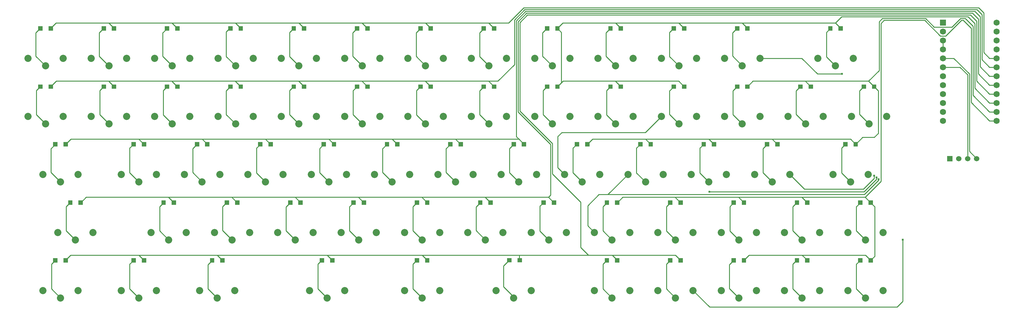
<source format=gbl>
G04 Layer: BottomLayer*
G04 EasyEDA v6.5.1, 2022-08-03 07:20:24*
G04 1b37d3b93c644ee4b3c1aa7f483211d0,d603b60474844c32a05bd641800ef4e1,10*
G04 Gerber Generator version 0.2*
G04 Scale: 100 percent, Rotated: No, Reflected: No *
G04 Dimensions in millimeters *
G04 leading zeros omitted , absolute positions ,4 integer and 5 decimal *
%FSLAX45Y45*%
%MOMM*%

%ADD10C,0.2540*%
%ADD11C,0.6100*%
%ADD12C,0.6096*%
%ADD14C,2.0320*%
%ADD16C,1.5240*%
%ADD17C,1.7526*%
%ADD18R,1.7526X1.7526*%

%LPD*%
D10*
X18046954Y2980004D02*
G01*
X17902758Y3124200D01*
X17856324Y3124200D01*
X6532989Y2980009D02*
G01*
X6532989Y2976989D01*
X6413500Y2857500D01*
X6413500Y2171522D01*
X6675018Y1910003D01*
X4303013Y2979928D02*
G01*
X4191000Y2870200D01*
X4191000Y2168905D01*
X4450079Y1910079D01*
X6827265Y2971800D02*
G01*
X6674865Y3124200D01*
X6770877Y3124200D01*
X25189688Y8077200D02*
G01*
X25488900Y8376412D01*
X25488900Y9766300D01*
X25577800Y9855200D01*
X26809700Y9855200D01*
X27051000Y9613900D01*
X27559000Y9613900D01*
X27800300Y9855200D01*
X27940000Y9855200D01*
X28155900Y9639300D01*
X28155900Y7670800D01*
X28625800Y7200900D01*
X28829000Y7200900D01*
X25091643Y4775200D02*
G01*
X25539700Y5223255D01*
X25539700Y9715500D01*
X25628600Y9804400D01*
X26784300Y9804400D01*
X27228800Y9359900D01*
X27381200Y9359900D01*
X27825700Y9804400D01*
X27876500Y9804400D01*
X28105100Y9575800D01*
X28105100Y7467600D01*
X28625800Y6946900D01*
X28829000Y6946900D01*
X27305000Y8470900D02*
G01*
X27787600Y8470900D01*
X28003500Y8255000D01*
X28003500Y5873978D01*
X28004985Y5873981D01*
X28258998Y5873978D02*
G01*
X28054300Y6078677D01*
X28054300Y8280400D01*
X27609800Y8724900D01*
X27305000Y8724900D01*
X21352964Y2979994D02*
G01*
X21352964Y2976064D01*
X21234400Y2857500D01*
X21234400Y2175560D01*
X21499956Y1910003D01*
X23964900Y8280400D02*
G01*
X24434800Y8280400D01*
X16459200Y8032242D02*
G01*
X16504158Y8077200D01*
X19789724Y8077200D01*
X19946950Y7919973D01*
X14393677Y9728200D02*
G01*
X14960600Y9728200D01*
X15392400Y10160000D01*
X28321000Y10160000D01*
X28460700Y10020300D01*
X28460700Y8890000D01*
X28625800Y8724900D01*
X28829000Y8724900D01*
X2372004Y6279997D02*
G01*
X2518206Y6426200D01*
X15250769Y6426200D01*
X15396972Y6279997D01*
X25246838Y4620005D02*
G01*
X25361900Y4504944D01*
X25361900Y3094989D01*
X25246838Y2979928D01*
X23446993Y2979928D02*
G01*
X23301452Y3124200D01*
X21646946Y2980004D02*
G01*
X21791142Y3124200D01*
X25102743Y3124200D01*
X25246939Y2980004D01*
X23446943Y4619980D02*
G01*
X23291723Y4775200D01*
X23280220Y4775200D01*
X21646946Y4619980D02*
G01*
X21491727Y4775200D01*
X21488257Y4775200D01*
X19847052Y4620005D02*
G01*
X19690841Y4775200D01*
X25346913Y7919973D02*
G01*
X25463500Y7803387D01*
X25463500Y6591300D01*
X25349200Y6477000D01*
X25019000Y6477000D01*
X24821895Y6279895D01*
X23546816Y7919973D02*
G01*
X23388574Y8077200D01*
X21746946Y7919973D02*
G01*
X21904172Y8077200D01*
X25189713Y8077200D01*
X25346939Y7919973D01*
X18996913Y6279895D02*
G01*
X18849086Y6426200D01*
X20797011Y6279895D02*
G01*
X20648422Y6426200D01*
X22596856Y6279895D02*
G01*
X22450298Y6426200D01*
X18146953Y7919973D02*
G01*
X17989727Y8077200D01*
X17974269Y8077200D01*
X16346931Y9575037D02*
G01*
X16459200Y9462770D01*
X16459200Y8032242D01*
X16346931Y7919973D01*
X18146953Y9574987D02*
G01*
X17993741Y9728200D01*
X17990804Y9728200D01*
X19946950Y9574987D02*
G01*
X19793737Y9728200D01*
X19757374Y9728200D01*
X21746946Y9574987D02*
G01*
X21593733Y9728200D01*
X21558793Y9728200D01*
X16346957Y9574987D02*
G01*
X16500170Y9728200D01*
X24243741Y9728200D01*
X24396954Y9574987D01*
X15272689Y2984500D02*
G01*
X15263403Y2993786D01*
X15263403Y3124200D01*
X12646964Y2980004D02*
G01*
X12502768Y3124200D01*
X12494902Y3124200D01*
X9946970Y2980004D02*
G01*
X9802774Y3124200D01*
X9794001Y3124200D01*
X4596891Y2979928D02*
G01*
X4450841Y3124200D01*
X2372004Y2980004D02*
G01*
X2516200Y3124200D01*
X19702754Y3124200D01*
X19846950Y2980004D01*
X14447011Y4620005D02*
G01*
X14289786Y4775200D01*
X12646913Y4620005D02*
G01*
X12493752Y4775200D01*
X10847070Y4620005D02*
G01*
X10690352Y4775200D01*
X9046972Y4619980D02*
G01*
X8891752Y4775200D01*
X8885120Y4775200D01*
X7246975Y4619980D02*
G01*
X7091756Y4775200D01*
X7067204Y4775200D01*
X5446979Y4619980D02*
G01*
X5291759Y4775200D01*
X5285577Y4775200D01*
X2796997Y4619980D02*
G01*
X2952216Y4775200D01*
X16091738Y4775200D01*
X16246957Y4619980D01*
X13596874Y6279895D02*
G01*
X13448791Y6426200D01*
X11796979Y6279997D02*
G01*
X11650776Y6426200D01*
X11644325Y6426200D01*
X9996982Y6279997D02*
G01*
X9850780Y6426200D01*
X9840031Y6426200D01*
X8196986Y6279997D02*
G01*
X8050784Y6426200D01*
X8045521Y6426200D01*
X6396990Y6279997D02*
G01*
X6250787Y6426200D01*
X6245931Y6426200D01*
X4596891Y6279895D02*
G01*
X4448809Y6426200D01*
X12746964Y7919973D02*
G01*
X12589738Y8077200D01*
X12583972Y8077200D01*
X10946968Y7919973D02*
G01*
X10789742Y8077200D01*
X10778393Y8077200D01*
X9146971Y7919973D02*
G01*
X8989745Y8077200D01*
X8978803Y8077200D01*
X7346975Y7919973D02*
G01*
X7189749Y8077200D01*
X7183023Y8077200D01*
X5546979Y7919973D02*
G01*
X5394863Y8072089D01*
X5394863Y8077200D01*
X3746982Y7919973D02*
G01*
X3592733Y8074223D01*
X3592733Y8077200D01*
X1946986Y7919973D02*
G01*
X2104212Y8077200D01*
X14389734Y8077200D01*
X14546961Y7919973D01*
X12746990Y9575037D02*
G01*
X12593065Y9728200D01*
X10946891Y9575037D02*
G01*
X10794745Y9728200D01*
X9146971Y9574987D02*
G01*
X8993759Y9728200D01*
X8977424Y9728200D01*
X7346975Y9574987D02*
G01*
X7193762Y9728200D01*
X7190534Y9728200D01*
X5546852Y9575037D02*
G01*
X5393436Y9728200D01*
X3747008Y9575037D02*
G01*
X3595115Y9728200D01*
X1946986Y9574987D02*
G01*
X1946986Y9579686D01*
X2095500Y9728200D01*
X14393748Y9728200D01*
X14546961Y9574987D01*
X24103075Y9575037D02*
G01*
X23990300Y9461500D01*
X23990300Y8769604D01*
X24249888Y8510015D01*
X27305000Y8978900D02*
G01*
X27305000Y9232900D01*
X27292300Y9245600D01*
X3452875Y9575037D02*
G01*
X3327400Y9448800D01*
X3327400Y8782558D01*
X3599941Y8510015D01*
X1653004Y9574979D02*
G01*
X1650179Y9574979D01*
X1524000Y9448800D01*
X1524000Y8785987D01*
X1799996Y8509990D01*
X5252999Y9574979D02*
G01*
X5252999Y9570999D01*
X5130800Y9448800D01*
X5130800Y8779179D01*
X5399989Y8509990D01*
X7052993Y9574979D02*
G01*
X7034979Y9574979D01*
X6934200Y9474200D01*
X6934200Y8775776D01*
X7199985Y8509990D01*
X8852915Y9575037D02*
G01*
X8737600Y9461500D01*
X8737600Y8772397D01*
X8999981Y8510015D01*
X10653013Y9575037D02*
G01*
X10528300Y9448800D01*
X10528300Y8781795D01*
X10800079Y8510015D01*
X12452982Y9574979D02*
G01*
X12452982Y9570082D01*
X12331700Y9448800D01*
X12331700Y8778265D01*
X12599974Y8509990D01*
X14252978Y9574979D02*
G01*
X14252978Y9566678D01*
X14135100Y9448800D01*
X14135100Y8774861D01*
X14399971Y8509990D01*
X16053054Y9575037D02*
G01*
X15925800Y9448800D01*
X15925800Y8784081D01*
X16199866Y8510015D01*
X17852898Y9575037D02*
G01*
X17729200Y9448800D01*
X17729200Y8780779D01*
X17999963Y8510015D01*
X19652968Y9574979D02*
G01*
X19646079Y9574979D01*
X19532600Y9461500D01*
X19532600Y8777351D01*
X19799960Y8509990D01*
X21452964Y9574979D02*
G01*
X21449479Y9574979D01*
X21323300Y9448800D01*
X21323300Y8786647D01*
X21599956Y8509990D01*
X25053036Y7919973D02*
G01*
X24930100Y7797800D01*
X24930100Y7129779D01*
X25199848Y6860031D01*
X23252960Y7919984D02*
G01*
X23248884Y7919984D01*
X23126700Y7797800D01*
X23126700Y7133247D01*
X23399953Y6859993D01*
X21452964Y7919984D02*
G01*
X21452964Y7914764D01*
X21336000Y7797800D01*
X21336000Y7123950D01*
X21599956Y6859993D01*
X19652995Y7919973D02*
G01*
X19532600Y7797800D01*
X19532600Y7127239D01*
X19800061Y6860031D01*
X17852898Y7919973D02*
G01*
X17741900Y7810500D01*
X17741900Y7118095D01*
X17999963Y6860031D01*
X16052975Y7919984D02*
G01*
X16047984Y7919984D01*
X15938500Y7810500D01*
X15938500Y7121461D01*
X16199967Y6859993D01*
X14252978Y7919984D02*
G01*
X14252978Y7915678D01*
X14135100Y7797800D01*
X14135100Y7124865D01*
X14399971Y6859993D01*
X12452858Y7919973D02*
G01*
X12344400Y7810500D01*
X12344400Y7115555D01*
X12599924Y6860031D01*
X10653013Y7919973D02*
G01*
X10541000Y7810500D01*
X10541000Y7118858D01*
X10800079Y6860031D01*
X8852989Y7919984D02*
G01*
X8847084Y7919984D01*
X8737600Y7810500D01*
X8737600Y7122375D01*
X8999981Y6859993D01*
X7052993Y7919984D02*
G01*
X7052993Y7916593D01*
X6934200Y7797800D01*
X6934200Y7125779D01*
X7199985Y6859993D01*
X5252996Y7919984D02*
G01*
X5143500Y7810500D01*
X5143500Y7116483D01*
X5399989Y6859993D01*
X3453000Y7919984D02*
G01*
X3449584Y7919984D01*
X3340100Y7810500D01*
X3340100Y7119886D01*
X3599992Y6859993D01*
X1653004Y7919984D02*
G01*
X1646184Y7919984D01*
X1536700Y7810500D01*
X1536700Y7123290D01*
X1799996Y6859993D01*
X2077974Y6279895D02*
G01*
X1955800Y6159500D01*
X1955800Y5479287D01*
X2225040Y5210047D01*
X4302998Y6279987D02*
G01*
X4298787Y6279987D01*
X4191000Y6172200D01*
X4191000Y5468988D01*
X4449991Y5209997D01*
X6103111Y6279895D02*
G01*
X5981700Y6159500D01*
X5981700Y5478271D01*
X6249924Y5210047D01*
X7902991Y6279987D02*
G01*
X7902991Y6277391D01*
X7797800Y6172200D01*
X7797800Y5462181D01*
X8049983Y5209997D01*
X9702987Y6279987D02*
G01*
X9702987Y6273987D01*
X9588500Y6159500D01*
X9588500Y5471477D01*
X9849980Y5209997D01*
X11502984Y6279987D02*
G01*
X11499687Y6279987D01*
X11379200Y6159500D01*
X11379200Y5480773D01*
X11649976Y5209997D01*
X13302995Y6279895D02*
G01*
X13182600Y6159500D01*
X13182600Y5477255D01*
X13450061Y5210047D01*
X15102977Y6279987D02*
G01*
X15102977Y6276477D01*
X14986000Y6159500D01*
X14986000Y5473966D01*
X15249969Y5209997D01*
X16902973Y6279987D02*
G01*
X16897187Y6279987D01*
X16789400Y6172200D01*
X16789400Y5470563D01*
X17049965Y5209997D01*
X18703036Y6279895D02*
G01*
X18592800Y6172200D01*
X18592800Y5467095D01*
X18849848Y5210047D01*
X20502879Y6279895D02*
G01*
X20396200Y6172200D01*
X20396200Y5463794D01*
X20649945Y5210047D01*
X22302962Y6279987D02*
G01*
X22302962Y6275562D01*
X22186900Y6159500D01*
X22186900Y5473052D01*
X22449955Y5209997D01*
X24528018Y6279895D02*
G01*
X24422100Y6172200D01*
X24422100Y5462778D01*
X24674829Y5210047D01*
X2503002Y4619990D02*
G01*
X2499090Y4619990D01*
X2387600Y4508500D01*
X2387600Y3822395D01*
X2649994Y3560000D01*
X5152897Y4620005D02*
G01*
X5041900Y4508500D01*
X5041900Y3818128D01*
X5299963Y3560063D01*
X6952993Y4619990D02*
G01*
X6944090Y4619990D01*
X6832600Y4508500D01*
X6832600Y3827386D01*
X7099985Y3560000D01*
X8752989Y4619990D02*
G01*
X8752989Y4612789D01*
X8636000Y4495800D01*
X8636000Y3823982D01*
X8899982Y3560000D01*
X10552938Y4620005D02*
G01*
X10439400Y4508500D01*
X10439400Y3820668D01*
X10700004Y3560063D01*
X12353036Y4620005D02*
G01*
X12242800Y4508500D01*
X12242800Y3817112D01*
X12500102Y3560063D01*
X14152979Y4619990D02*
G01*
X14152979Y4615279D01*
X14033500Y4495800D01*
X14033500Y3826471D01*
X14299971Y3560000D01*
X15952975Y4619990D02*
G01*
X15948390Y4619990D01*
X15849600Y4521200D01*
X15849600Y3810368D01*
X16099967Y3560000D01*
X17753075Y4620005D02*
G01*
X17640300Y4508500D01*
X17640300Y3819652D01*
X17899888Y3560063D01*
X19552920Y4620005D02*
G01*
X19443700Y4508500D01*
X19443700Y3816350D01*
X19699986Y3560063D01*
X21352964Y4619990D02*
G01*
X21352964Y4614364D01*
X21247100Y4508500D01*
X21247100Y3812857D01*
X21499956Y3560000D01*
X23152961Y4619990D02*
G01*
X23149290Y4619990D01*
X23037800Y4508500D01*
X23037800Y3822153D01*
X23299953Y3560000D01*
X24952959Y4620005D02*
G01*
X24841200Y4508500D01*
X24841200Y3818636D01*
X25100025Y3560063D01*
X24952959Y2979928D02*
G01*
X24841200Y2870200D01*
X24841200Y2168652D01*
X25100025Y1910079D01*
X23152961Y2979994D02*
G01*
X23147594Y2979994D01*
X23037800Y2870200D01*
X23037800Y2172157D01*
X23299953Y1910003D01*
X19552920Y2979928D02*
G01*
X19443700Y2870200D01*
X19443700Y2166365D01*
X19699986Y1910079D01*
X17752971Y2979994D02*
G01*
X17750094Y2979994D01*
X17640300Y2870200D01*
X17640300Y2169668D01*
X17899964Y1910003D01*
X14978608Y2984433D02*
G01*
X14972258Y2984433D01*
X14811730Y2823905D01*
X14811730Y2228529D01*
X15125674Y1914585D01*
X12353036Y2979928D02*
G01*
X12242800Y2870200D01*
X12242800Y2167128D01*
X12500102Y1910079D01*
X9652988Y2979994D02*
G01*
X9647494Y2979994D01*
X9537700Y2870200D01*
X9537700Y2172284D01*
X9799980Y1910003D01*
X2077974Y2979928D02*
G01*
X1968500Y2870200D01*
X1968500Y2166620D01*
X2225040Y1910079D01*
X17196968Y6279997D02*
G01*
X17343170Y6426200D01*
X24675744Y6426200D01*
X24821946Y6279997D01*
X16852900Y6616700D02*
G01*
X16471900Y6616700D01*
X16357600Y6502400D01*
X16357600Y5612384D01*
X16549877Y5420105D01*
X22099955Y8719972D02*
G01*
X22104883Y8724900D01*
X23291800Y8724900D01*
X23736300Y8280400D01*
X23964900Y8280400D01*
X14389608Y8077200D02*
G01*
X14653008Y8076437D01*
X15125700Y8545829D01*
X15125700Y9817100D01*
X15417800Y10109200D01*
X28270200Y10109200D01*
X28409900Y9969500D01*
X28409900Y8686800D01*
X28625800Y8470900D01*
X28829000Y8470900D01*
X24243791Y9728200D02*
G01*
X24421591Y9906000D01*
X28016200Y9906000D01*
X28206700Y9715500D01*
X28206700Y7874000D01*
X28625800Y7454900D01*
X28829000Y7454900D01*
X16091656Y4775200D02*
G01*
X16154400Y4837937D01*
X16154400Y6273800D01*
X15227300Y7200900D01*
X15227300Y9766300D01*
X15468600Y10007600D01*
X28143200Y10007600D01*
X28308300Y9842500D01*
X28308300Y8280400D01*
X28625800Y7962900D01*
X28829000Y7962900D01*
X17227041Y3124200D02*
G01*
X17005300Y3345942D01*
X17005300Y4635500D01*
X16205200Y5435600D01*
X16205200Y6299200D01*
X15278100Y7226300D01*
X15278100Y9740900D01*
X15494000Y9956800D01*
X28079700Y9956800D01*
X28257500Y9779000D01*
X28257500Y8077200D01*
X28625800Y7708900D01*
X28829000Y7708900D01*
X20199858Y2119884D02*
G01*
X20668995Y1651000D01*
X25996900Y1651000D01*
X26162000Y1816100D01*
X26162000Y3568700D01*
X25476200Y5283200D02*
G01*
X25476200Y5257800D01*
X25069800Y4851400D01*
X17528994Y4851400D01*
X18349975Y5420105D02*
G01*
X17780761Y4851400D01*
X17526000Y4851400D02*
G01*
X17208500Y4533900D01*
X17208500Y3961384D01*
X17400016Y3769868D01*
X22949916Y5420105D02*
G01*
X23366222Y5003800D01*
X25044400Y5003800D01*
X25349200Y5308600D01*
X25349200Y5384800D01*
X20660619Y4930650D02*
G01*
X20663656Y4927600D01*
X25057100Y4927600D01*
X25412700Y5283200D01*
X25412700Y5334000D01*
X15250665Y6426200D02*
G01*
X15176500Y6500365D01*
X15176500Y9791700D01*
X15443200Y10058400D01*
X28206700Y10058400D01*
X28359100Y9906000D01*
X28359100Y8483600D01*
X28625800Y8216900D01*
X28829000Y8216900D01*
X18046954Y4619980D02*
G01*
X18202173Y4775200D01*
X25091720Y4775200D01*
X25246939Y4619980D01*
X16852900Y6616700D02*
G01*
X18846800Y6616700D01*
X19299936Y7069836D01*
G36*
X24465452Y6218986D02*
G01*
X24590451Y6218986D01*
X24590451Y6340988D01*
X24465452Y6340988D01*
G37*
G36*
X24759452Y6218986D02*
G01*
X24884451Y6218986D01*
X24884451Y6340988D01*
X24759452Y6340988D01*
G37*
G36*
X19590461Y9513978D02*
G01*
X19715459Y9513978D01*
X19715459Y9635980D01*
X19590461Y9635980D01*
G37*
G36*
X19884461Y9513978D02*
G01*
X20009459Y9513978D01*
X20009459Y9635980D01*
X19884461Y9635980D01*
G37*
G36*
X3390493Y9513978D02*
G01*
X3515492Y9513978D01*
X3515492Y9635980D01*
X3390493Y9635980D01*
G37*
G36*
X3684493Y9513978D02*
G01*
X3809491Y9513978D01*
X3809491Y9635980D01*
X3684493Y9635980D01*
G37*
G36*
X5190492Y9513978D02*
G01*
X5315491Y9513978D01*
X5315491Y9635980D01*
X5190492Y9635980D01*
G37*
G36*
X5484489Y9513978D02*
G01*
X5609490Y9513978D01*
X5609490Y9635980D01*
X5484489Y9635980D01*
G37*
G36*
X6990486Y9513978D02*
G01*
X7115484Y9513978D01*
X7115484Y9635980D01*
X6990486Y9635980D01*
G37*
G36*
X7284486Y9513978D02*
G01*
X7409484Y9513978D01*
X7409484Y9635980D01*
X7284486Y9635980D01*
G37*
G36*
X8790482Y9513978D02*
G01*
X8915481Y9513978D01*
X8915481Y9635980D01*
X8790482Y9635980D01*
G37*
G36*
X9084482Y9513978D02*
G01*
X9209481Y9513978D01*
X9209481Y9635980D01*
X9084482Y9635980D01*
G37*
G36*
X10590479Y9513978D02*
G01*
X10715477Y9513978D01*
X10715477Y9635980D01*
X10590479Y9635980D01*
G37*
G36*
X10884479Y9513978D02*
G01*
X11009477Y9513978D01*
X11009477Y9635980D01*
X10884479Y9635980D01*
G37*
G36*
X12390475Y9513978D02*
G01*
X12515474Y9513978D01*
X12515474Y9635980D01*
X12390475Y9635980D01*
G37*
G36*
X12684475Y9513978D02*
G01*
X12809474Y9513978D01*
X12809474Y9635980D01*
X12684475Y9635980D01*
G37*
G36*
X14190472Y9513978D02*
G01*
X14315470Y9513978D01*
X14315470Y9635980D01*
X14190472Y9635980D01*
G37*
G36*
X14484471Y9513978D02*
G01*
X14609470Y9513978D01*
X14609470Y9635980D01*
X14484471Y9635980D01*
G37*
G36*
X15990468Y9513978D02*
G01*
X16115466Y9513978D01*
X16115466Y9635980D01*
X15990468Y9635980D01*
G37*
G36*
X16284468Y9513978D02*
G01*
X16409466Y9513978D01*
X16409466Y9635980D01*
X16284468Y9635980D01*
G37*
G36*
X17790464Y9513978D02*
G01*
X17915463Y9513978D01*
X17915463Y9635980D01*
X17790464Y9635980D01*
G37*
G36*
X18084464Y9513978D02*
G01*
X18209463Y9513978D01*
X18209463Y9635980D01*
X18084464Y9635980D01*
G37*
G36*
X22240455Y6218986D02*
G01*
X22365454Y6218986D01*
X22365454Y6340988D01*
X22240455Y6340988D01*
G37*
G36*
X22534455Y6218986D02*
G01*
X22659454Y6218986D01*
X22659454Y6340988D01*
X22534455Y6340988D01*
G37*
G36*
X17690465Y4558990D02*
G01*
X17815463Y4558990D01*
X17815463Y4680991D01*
X17690465Y4680991D01*
G37*
G36*
X17984464Y4558990D02*
G01*
X18109463Y4558990D01*
X18109463Y4680991D01*
X17984464Y4680991D01*
G37*
G36*
X21390457Y9513978D02*
G01*
X21515456Y9513978D01*
X21515456Y9635980D01*
X21390457Y9635980D01*
G37*
G36*
X21684457Y9513978D02*
G01*
X21809456Y9513978D01*
X21809456Y9635980D01*
X21684457Y9635980D01*
G37*
G36*
X19490461Y4558990D02*
G01*
X19615459Y4558990D01*
X19615459Y4680991D01*
X19490461Y4680991D01*
G37*
G36*
X19784461Y4558990D02*
G01*
X19909459Y4558990D01*
X19909459Y4680991D01*
X19784461Y4680991D01*
G37*
G36*
X21290457Y4558990D02*
G01*
X21415456Y4558990D01*
X21415456Y4680991D01*
X21290457Y4680991D01*
G37*
G36*
X21584457Y4558990D02*
G01*
X21709456Y4558990D01*
X21709456Y4680991D01*
X21584457Y4680991D01*
G37*
G36*
X20440459Y6218986D02*
G01*
X20565457Y6218986D01*
X20565457Y6340988D01*
X20440459Y6340988D01*
G37*
G36*
X20734459Y6218986D02*
G01*
X20859457Y6218986D01*
X20859457Y6340988D01*
X20734459Y6340988D01*
G37*
G36*
X4240491Y6218986D02*
G01*
X4365490Y6218986D01*
X4365490Y6340988D01*
X4240491Y6340988D01*
G37*
G36*
X4534491Y6218986D02*
G01*
X4659490Y6218986D01*
X4659490Y6340988D01*
X4534491Y6340988D01*
G37*
G36*
X6470500Y2918998D02*
G01*
X6595498Y2918998D01*
X6595498Y3040999D01*
X6470500Y3040999D01*
G37*
G36*
X6764500Y2918998D02*
G01*
X6889495Y2918998D01*
X6889495Y3040999D01*
X6764500Y3040999D01*
G37*
G36*
X17690465Y2918993D02*
G01*
X17815463Y2918993D01*
X17815463Y3040994D01*
X17690465Y3040994D01*
G37*
G36*
X17984464Y2918993D02*
G01*
X18109463Y2918993D01*
X18109463Y3040994D01*
X17984464Y3040994D01*
G37*
G36*
X12290475Y4558990D02*
G01*
X12415474Y4558990D01*
X12415474Y4680991D01*
X12290475Y4680991D01*
G37*
G36*
X12584475Y4558990D02*
G01*
X12709474Y4558990D01*
X12709474Y4680991D01*
X12584475Y4680991D01*
G37*
G36*
X24040452Y9513978D02*
G01*
X24165450Y9513978D01*
X24165450Y9635980D01*
X24040452Y9635980D01*
G37*
G36*
X24334452Y9513978D02*
G01*
X24459450Y9513978D01*
X24459450Y9635980D01*
X24334452Y9635980D01*
G37*
G36*
X8690483Y4558990D02*
G01*
X8815481Y4558990D01*
X8815481Y4680991D01*
X8690483Y4680991D01*
G37*
G36*
X8984482Y4558990D02*
G01*
X9109481Y4558990D01*
X9109481Y4680991D01*
X8984482Y4680991D01*
G37*
G36*
X2015497Y6218986D02*
G01*
X2140496Y6218986D01*
X2140496Y6340988D01*
X2015497Y6340988D01*
G37*
G36*
X2309497Y6218986D02*
G01*
X2434493Y6218986D01*
X2434493Y6340988D01*
X2309497Y6340988D01*
G37*
G36*
X2015497Y2918993D02*
G01*
X2140496Y2918993D01*
X2140496Y3040994D01*
X2015497Y3040994D01*
G37*
G36*
X2309497Y2918993D02*
G01*
X2434493Y2918993D01*
X2434493Y3040994D01*
X2309497Y3040994D01*
G37*
G36*
X19490461Y2918993D02*
G01*
X19615459Y2918993D01*
X19615459Y3040994D01*
X19490461Y3040994D01*
G37*
G36*
X19784461Y2918993D02*
G01*
X19909459Y2918993D01*
X19909459Y3040994D01*
X19784461Y3040994D01*
G37*
G36*
X7840484Y6218986D02*
G01*
X7965483Y6218986D01*
X7965483Y6340988D01*
X7840484Y6340988D01*
G37*
G36*
X8134484Y6218986D02*
G01*
X8259483Y6218986D01*
X8259483Y6340988D01*
X8134484Y6340988D01*
G37*
G36*
X23090454Y2918993D02*
G01*
X23215452Y2918993D01*
X23215452Y3040994D01*
X23090454Y3040994D01*
G37*
G36*
X23384454Y2918993D02*
G01*
X23509452Y2918993D01*
X23509452Y3040994D01*
X23384454Y3040994D01*
G37*
G36*
X6990486Y7858983D02*
G01*
X7115484Y7858983D01*
X7115484Y7980984D01*
X6990486Y7980984D01*
G37*
G36*
X7284486Y7858983D02*
G01*
X7409484Y7858983D01*
X7409484Y7980984D01*
X7284486Y7980984D01*
G37*
G36*
X1590497Y9513978D02*
G01*
X1715495Y9513978D01*
X1715495Y9635980D01*
X1590497Y9635980D01*
G37*
G36*
X1884497Y9513978D02*
G01*
X2009495Y9513978D01*
X2009495Y9635980D01*
X1884497Y9635980D01*
G37*
G36*
X9640481Y6218986D02*
G01*
X9765479Y6218986D01*
X9765479Y6340988D01*
X9640481Y6340988D01*
G37*
G36*
X9934481Y6218986D02*
G01*
X10059479Y6218986D01*
X10059479Y6340988D01*
X9934481Y6340988D01*
G37*
G36*
X12290475Y2918993D02*
G01*
X12415474Y2918993D01*
X12415474Y3040994D01*
X12290475Y3040994D01*
G37*
G36*
X12584475Y2918993D02*
G01*
X12709474Y2918993D01*
X12709474Y3040994D01*
X12584475Y3040994D01*
G37*
G36*
X11440477Y6218986D02*
G01*
X11565475Y6218986D01*
X11565475Y6340988D01*
X11440477Y6340988D01*
G37*
G36*
X11734477Y6218986D02*
G01*
X11859475Y6218986D01*
X11859475Y6340988D01*
X11734477Y6340988D01*
G37*
G36*
X13240473Y6218986D02*
G01*
X13365472Y6218986D01*
X13365472Y6340988D01*
X13240473Y6340988D01*
G37*
G36*
X13534473Y6218986D02*
G01*
X13659472Y6218986D01*
X13659472Y6340988D01*
X13534473Y6340988D01*
G37*
G36*
X15990468Y7858983D02*
G01*
X16115466Y7858983D01*
X16115466Y7980984D01*
X15990468Y7980984D01*
G37*
G36*
X16284468Y7858983D02*
G01*
X16409466Y7858983D01*
X16409466Y7980984D01*
X16284468Y7980984D01*
G37*
G36*
X15040470Y6218986D02*
G01*
X15165468Y6218986D01*
X15165468Y6340988D01*
X15040470Y6340988D01*
G37*
G36*
X15334470Y6218986D02*
G01*
X15459468Y6218986D01*
X15459468Y6340988D01*
X15334470Y6340988D01*
G37*
G36*
X16840466Y6218986D02*
G01*
X16965465Y6218986D01*
X16965465Y6340988D01*
X16840466Y6340988D01*
G37*
G36*
X17134466Y6218986D02*
G01*
X17259465Y6218986D01*
X17259465Y6340988D01*
X17134466Y6340988D01*
G37*
G36*
X18640463Y6218986D02*
G01*
X18765461Y6218986D01*
X18765461Y6340988D01*
X18640463Y6340988D01*
G37*
G36*
X18934463Y6218986D02*
G01*
X19059461Y6218986D01*
X19059461Y6340988D01*
X18934463Y6340988D01*
G37*
G36*
X21290457Y2918993D02*
G01*
X21415456Y2918993D01*
X21415456Y3040994D01*
X21290457Y3040994D01*
G37*
G36*
X21584457Y2918993D02*
G01*
X21709456Y2918993D01*
X21709456Y3040994D01*
X21584457Y3040994D01*
G37*
G36*
X15890468Y4558990D02*
G01*
X16015467Y4558990D01*
X16015467Y4680991D01*
X15890468Y4680991D01*
G37*
G36*
X16184468Y4558990D02*
G01*
X16309466Y4558990D01*
X16309466Y4680991D01*
X16184468Y4680991D01*
G37*
G36*
X14090472Y4558990D02*
G01*
X14215470Y4558990D01*
X14215470Y4680991D01*
X14090472Y4680991D01*
G37*
G36*
X14384472Y4558990D02*
G01*
X14509470Y4558990D01*
X14509470Y4680991D01*
X14384472Y4680991D01*
G37*
G36*
X17790464Y7858983D02*
G01*
X17915463Y7858983D01*
X17915463Y7980984D01*
X17790464Y7980984D01*
G37*
G36*
X18084464Y7858983D02*
G01*
X18209463Y7858983D01*
X18209463Y7980984D01*
X18084464Y7980984D01*
G37*
G36*
X19590461Y7858983D02*
G01*
X19715459Y7858983D01*
X19715459Y7980984D01*
X19590461Y7980984D01*
G37*
G36*
X19884461Y7858983D02*
G01*
X20009459Y7858983D01*
X20009459Y7980984D01*
X19884461Y7980984D01*
G37*
G36*
X3390493Y7858983D02*
G01*
X3515492Y7858983D01*
X3515492Y7980984D01*
X3390493Y7980984D01*
G37*
G36*
X3684493Y7858983D02*
G01*
X3809491Y7858983D01*
X3809491Y7980984D01*
X3684493Y7980984D01*
G37*
G36*
X8790482Y7858983D02*
G01*
X8915481Y7858983D01*
X8915481Y7980984D01*
X8790482Y7980984D01*
G37*
G36*
X9084482Y7858983D02*
G01*
X9209481Y7858983D01*
X9209481Y7980984D01*
X9084482Y7980984D01*
G37*
G36*
X24890450Y2918993D02*
G01*
X25015449Y2918993D01*
X25015449Y3040994D01*
X24890450Y3040994D01*
G37*
G36*
X25184450Y2918993D02*
G01*
X25309449Y2918993D01*
X25309449Y3040994D01*
X25184450Y3040994D01*
G37*
G36*
X6040488Y6218986D02*
G01*
X6165486Y6218986D01*
X6165486Y6340988D01*
X6040488Y6340988D01*
G37*
G36*
X6334488Y6218986D02*
G01*
X6459486Y6218986D01*
X6459486Y6340988D01*
X6334488Y6340988D01*
G37*
G36*
X2440495Y4558990D02*
G01*
X2565493Y4558990D01*
X2565493Y4680991D01*
X2440495Y4680991D01*
G37*
G36*
X2734495Y4558990D02*
G01*
X2859493Y4558990D01*
X2859493Y4680991D01*
X2734495Y4680991D01*
G37*
G36*
X24890450Y4558990D02*
G01*
X25015449Y4558990D01*
X25015449Y4680991D01*
X24890450Y4680991D01*
G37*
G36*
X25184450Y4558990D02*
G01*
X25309449Y4558990D01*
X25309449Y4680991D01*
X25184450Y4680991D01*
G37*
G36*
X9590481Y2918993D02*
G01*
X9715479Y2918993D01*
X9715479Y3040994D01*
X9590481Y3040994D01*
G37*
G36*
X9884481Y2918993D02*
G01*
X10009479Y2918993D01*
X10009479Y3040994D01*
X9884481Y3040994D01*
G37*
G36*
X14916200Y2923499D02*
G01*
X15041199Y2923499D01*
X15041199Y3045500D01*
X14916200Y3045500D01*
G37*
G36*
X15210200Y2923499D02*
G01*
X15335199Y2923499D01*
X15335199Y3045500D01*
X15210200Y3045500D01*
G37*
G36*
X10590479Y7858983D02*
G01*
X10715477Y7858983D01*
X10715477Y7980984D01*
X10590479Y7980984D01*
G37*
G36*
X10884479Y7858983D02*
G01*
X11009477Y7858983D01*
X11009477Y7980984D01*
X10884479Y7980984D01*
G37*
G36*
X1590497Y7858983D02*
G01*
X1715495Y7858983D01*
X1715495Y7980984D01*
X1590497Y7980984D01*
G37*
G36*
X1884497Y7858983D02*
G01*
X2009495Y7858983D01*
X2009495Y7980984D01*
X1884497Y7980984D01*
G37*
G36*
X14190472Y7858983D02*
G01*
X14315470Y7858983D01*
X14315470Y7980984D01*
X14190472Y7980984D01*
G37*
G36*
X14484471Y7858983D02*
G01*
X14609470Y7858983D01*
X14609470Y7980984D01*
X14484471Y7980984D01*
G37*
G36*
X23090454Y4558990D02*
G01*
X23215452Y4558990D01*
X23215452Y4680991D01*
X23090454Y4680991D01*
G37*
G36*
X23384454Y4558990D02*
G01*
X23509452Y4558990D01*
X23509452Y4680991D01*
X23384454Y4680991D01*
G37*
G36*
X10490479Y4558990D02*
G01*
X10615477Y4558990D01*
X10615477Y4680991D01*
X10490479Y4680991D01*
G37*
G36*
X10784479Y4558990D02*
G01*
X10909477Y4558990D01*
X10909477Y4680991D01*
X10784479Y4680991D01*
G37*
G36*
X5190490Y7858983D02*
G01*
X5315488Y7858983D01*
X5315488Y7980984D01*
X5190490Y7980984D01*
G37*
G36*
X5484489Y7858983D02*
G01*
X5609488Y7858983D01*
X5609488Y7980984D01*
X5484489Y7980984D01*
G37*
G36*
X4240491Y2918993D02*
G01*
X4365490Y2918993D01*
X4365490Y3040994D01*
X4240491Y3040994D01*
G37*
G36*
X4534491Y2918993D02*
G01*
X4659490Y2918993D01*
X4659490Y3040994D01*
X4534491Y3040994D01*
G37*
G36*
X6890486Y4558990D02*
G01*
X7015485Y4558990D01*
X7015485Y4680991D01*
X6890486Y4680991D01*
G37*
G36*
X7184486Y4558990D02*
G01*
X7309484Y4558990D01*
X7309484Y4680991D01*
X7184486Y4680991D01*
G37*
G36*
X5090490Y4558990D02*
G01*
X5215488Y4558990D01*
X5215488Y4680991D01*
X5090490Y4680991D01*
G37*
G36*
X5384490Y4558990D02*
G01*
X5509488Y4558990D01*
X5509488Y4680991D01*
X5384490Y4680991D01*
G37*
G36*
X12390475Y7858983D02*
G01*
X12515474Y7858983D01*
X12515474Y7980984D01*
X12390475Y7980984D01*
G37*
G36*
X12684475Y7858983D02*
G01*
X12809474Y7858983D01*
X12809474Y7980984D01*
X12684475Y7980984D01*
G37*
G36*
X24990450Y7858983D02*
G01*
X25115448Y7858983D01*
X25115448Y7980984D01*
X24990450Y7980984D01*
G37*
G36*
X25284450Y7858983D02*
G01*
X25409448Y7858983D01*
X25409448Y7980984D01*
X25284450Y7980984D01*
G37*
G36*
X21390457Y7858983D02*
G01*
X21515456Y7858983D01*
X21515456Y7980984D01*
X21390457Y7980984D01*
G37*
G36*
X21684457Y7858983D02*
G01*
X21809456Y7858983D01*
X21809456Y7980984D01*
X21684457Y7980984D01*
G37*
G36*
X23190454Y7858983D02*
G01*
X23315452Y7858983D01*
X23315452Y7980984D01*
X23190454Y7980984D01*
G37*
G36*
X23484453Y7858983D02*
G01*
X23609452Y7858983D01*
X23609452Y7980984D01*
X23484453Y7980984D01*
G37*
D14*
G01*
X19799960Y8509990D03*
G01*
X19299961Y8719972D03*
G01*
X20299959Y8719972D03*
G01*
X3599992Y8509990D03*
G01*
X3099993Y8719972D03*
G01*
X4099991Y8719972D03*
G01*
X5399989Y8509990D03*
G01*
X4899990Y8719972D03*
G01*
X5899988Y8719972D03*
G01*
X7199985Y8509990D03*
G01*
X6699986Y8719972D03*
G01*
X7699984Y8719972D03*
G01*
X8999981Y8509990D03*
G01*
X8499983Y8719972D03*
G01*
X9499981Y8719972D03*
G01*
X12599974Y8509990D03*
G01*
X12099975Y8719972D03*
G01*
X13099973Y8719972D03*
G01*
X14399971Y8509990D03*
G01*
X13899972Y8719972D03*
G01*
X14899970Y8719972D03*
G01*
X16199967Y8509990D03*
G01*
X15699968Y8719972D03*
G01*
X16699966Y8719972D03*
G01*
X17999963Y8509990D03*
G01*
X17499965Y8719972D03*
G01*
X18499963Y8719972D03*
G01*
X22449967Y5209997D03*
G01*
X21949968Y5419979D03*
G01*
X22949966Y5419979D03*
G01*
X17899964Y3559987D03*
G01*
X17399965Y3769969D03*
G01*
X18399963Y3769969D03*
G01*
X21599956Y8509990D03*
G01*
X21099957Y8719972D03*
G01*
X22099955Y8719972D03*
G01*
X19699960Y3559987D03*
G01*
X19199961Y3769969D03*
G01*
X20199959Y3769969D03*
G01*
X21499956Y3559987D03*
G01*
X20999958Y3769969D03*
G01*
X21999956Y3769969D03*
G01*
X20649971Y5209997D03*
G01*
X20149972Y5419979D03*
G01*
X21149970Y5419979D03*
G01*
X4450003Y5209997D03*
G01*
X3949979Y5419979D03*
G01*
X4950002Y5419979D03*
G01*
X6675018Y1910003D03*
G01*
X6175019Y2119985D03*
G01*
X7175017Y2119985D03*
G01*
X17899964Y1910003D03*
G01*
X17399965Y2119985D03*
G01*
X18399963Y2119985D03*
G01*
X12499975Y3559987D03*
G01*
X11999975Y3769969D03*
G01*
X12999974Y3769969D03*
G01*
X24249964Y8509990D03*
G01*
X23749965Y8719972D03*
G01*
X24749963Y8719972D03*
G01*
X8899982Y3559987D03*
G01*
X8399983Y3769969D03*
G01*
X9399981Y3769969D03*
G01*
X2224989Y5209997D03*
G01*
X1724990Y5419979D03*
G01*
X2724988Y5419979D03*
G01*
X2224989Y1910003D03*
G01*
X1724990Y2119985D03*
G01*
X2724988Y2119985D03*
G01*
X19699960Y1910003D03*
G01*
X19199961Y2119985D03*
G01*
X20199959Y2119985D03*
G01*
X8049996Y5209997D03*
G01*
X7549997Y5419979D03*
G01*
X8549995Y5419979D03*
G01*
X23299953Y1910003D03*
G01*
X22799954Y2119985D03*
G01*
X23799952Y2119985D03*
G01*
X7199985Y6859981D03*
G01*
X6699986Y7069962D03*
G01*
X7699984Y7069962D03*
G01*
X24674956Y5209997D03*
G01*
X24174958Y5419979D03*
G01*
X25174956Y5419979D03*
G01*
X1799996Y8509990D03*
G01*
X1299997Y8719972D03*
G01*
X2299995Y8719972D03*
G01*
X9849993Y5209997D03*
G01*
X9349993Y5419979D03*
G01*
X10349991Y5419979D03*
G01*
X12499975Y1910003D03*
G01*
X11999975Y2119985D03*
G01*
X12999974Y2119985D03*
G01*
X11649989Y5209997D03*
G01*
X11149990Y5419979D03*
G01*
X12149988Y5419979D03*
G01*
X13449985Y5209997D03*
G01*
X12949986Y5419979D03*
G01*
X13949984Y5419979D03*
G01*
X16199967Y6859981D03*
G01*
X15699968Y7069962D03*
G01*
X16699966Y7069962D03*
G01*
X15249982Y5209997D03*
G01*
X14749983Y5419979D03*
G01*
X15749981Y5419979D03*
G01*
X17049978Y5209997D03*
G01*
X16549979Y5419979D03*
G01*
X17549977Y5419979D03*
G01*
X18849975Y5209997D03*
G01*
X18349975Y5419979D03*
G01*
X19349974Y5419979D03*
G01*
X21499956Y1910003D03*
G01*
X20999958Y2119985D03*
G01*
X21999956Y2119985D03*
G01*
X16099967Y3559987D03*
G01*
X15599968Y3769969D03*
G01*
X16599966Y3769969D03*
G01*
X14299971Y3559987D03*
G01*
X13799972Y3769969D03*
G01*
X14799970Y3769969D03*
G01*
X17999963Y6859981D03*
G01*
X17499965Y7069962D03*
G01*
X18499963Y7069962D03*
G01*
X19799960Y6859981D03*
G01*
X19299961Y7069962D03*
G01*
X20299959Y7069962D03*
G01*
X3599992Y6859981D03*
G01*
X3099993Y7069962D03*
G01*
X4099991Y7069962D03*
G01*
X8999981Y6859981D03*
G01*
X8499983Y7069962D03*
G01*
X9499981Y7069962D03*
G01*
X25099949Y1910003D03*
G01*
X24599950Y2119985D03*
G01*
X25599948Y2119985D03*
G01*
X6250000Y5209997D03*
G01*
X5750001Y5419979D03*
G01*
X6749999Y5419979D03*
G01*
X2650007Y3559987D03*
G01*
X2149983Y3769969D03*
G01*
X3150006Y3769969D03*
G01*
X25099949Y3559987D03*
G01*
X24599950Y3769969D03*
G01*
X25599948Y3769969D03*
G01*
X9799980Y1910003D03*
G01*
X9299981Y2119985D03*
G01*
X10299979Y2119985D03*
G01*
X15099969Y1910003D03*
G01*
X14599970Y2119985D03*
G01*
X15599968Y2119985D03*
G01*
X10799978Y6859981D03*
G01*
X10299979Y7069962D03*
G01*
X11299977Y7069962D03*
G01*
X1799996Y6859981D03*
G01*
X1299997Y7069962D03*
G01*
X2299995Y7069962D03*
G01*
X14399971Y6859981D03*
G01*
X13899972Y7069962D03*
G01*
X14899970Y7069962D03*
G01*
X23299953Y3559987D03*
G01*
X22799954Y3769969D03*
G01*
X23799952Y3769969D03*
G01*
X10699978Y3559987D03*
G01*
X10199979Y3769969D03*
G01*
X11199977Y3769969D03*
G01*
X5399989Y6859981D03*
G01*
X4899990Y7069962D03*
G01*
X5899988Y7069962D03*
G01*
X4450003Y1910003D03*
G01*
X3949979Y2119985D03*
G01*
X4950002Y2119985D03*
G01*
X7099985Y3559987D03*
G01*
X6599986Y3769969D03*
G01*
X7599984Y3769969D03*
G01*
X5299989Y3559987D03*
G01*
X4799990Y3769969D03*
G01*
X5799988Y3769969D03*
G01*
X12599974Y6859981D03*
G01*
X12099975Y7069962D03*
G01*
X13099973Y7069962D03*
G01*
X25199949Y6859981D03*
G01*
X24699950Y7069962D03*
G01*
X25699948Y7069962D03*
G01*
X21599956Y6859981D03*
G01*
X21099957Y7069962D03*
G01*
X22099955Y7069962D03*
G01*
X23399953Y6859981D03*
G01*
X22899954Y7069962D03*
G01*
X23899952Y7069962D03*
G01*
X10799978Y8509990D03*
G01*
X10299979Y8719972D03*
G01*
X11299977Y8719972D03*
G36*
X27420785Y5950104D02*
G01*
X27573185Y5950104D01*
X27573185Y5797704D01*
X27420785Y5797704D01*
G37*
D16*
G01*
X27750998Y5873978D03*
G01*
X28004998Y5873978D03*
G01*
X28258998Y5873978D03*
D17*
G01*
X28829000Y9740900D03*
G01*
X27305000Y6946900D03*
G01*
X28829000Y9486900D03*
G01*
X28829000Y9232900D03*
G01*
X28829000Y8978900D03*
G01*
X28829000Y8724900D03*
G01*
X28829000Y8470900D03*
G01*
X28829000Y8216900D03*
G01*
X28829000Y7962900D03*
G01*
X28829000Y7708900D03*
G01*
X28829000Y7454900D03*
G01*
X28829000Y7200900D03*
G01*
X28829000Y6946900D03*
G01*
X27305000Y7200900D03*
G01*
X27305000Y7454900D03*
G01*
X27305000Y7708900D03*
G01*
X27305000Y7962900D03*
G01*
X27305000Y8216900D03*
G01*
X27305000Y8470900D03*
G01*
X27305000Y8724900D03*
G01*
X27305000Y8978900D03*
G01*
X27305000Y9232900D03*
G01*
X27305000Y9486900D03*
D18*
G01*
X27305000Y9740900D03*
D11*
G01*
X24434800Y8280400D03*
D12*
G01*
X20660588Y4930622D03*
D11*
G01*
X25349200Y5384800D03*
G01*
X25412700Y5334000D03*
D12*
G01*
X25476200Y5283200D03*
G01*
X26162000Y3568700D03*
M02*

</source>
